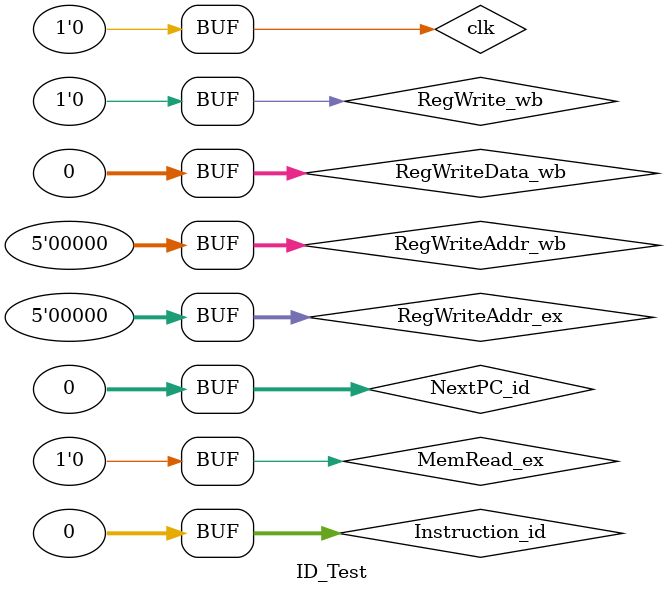
<source format=v>
`timescale 1ns / 1ps


module ID_Test;

	// Inputs
	reg clk;
	reg [31:0] Instruction_id;
	reg [31:0] NextPC_id;
	reg RegWrite_wb;
	reg [4:0] RegWriteAddr_wb;
	reg [31:0] RegWriteData_wb;
	reg MemRead_ex;
	reg [4:0] RegWriteAddr_ex;

	// Outputs
	wire MemtoReg_id;
	wire RegWrite_id;
	wire MemWrite_id;
	wire MemRead_id;
	wire [3:0] ALUCode_id;
	wire ALUSrcA_id;
	wire ALUSrcB_id;
	wire ALUSrcB_szextend_id;
	wire RegDst_id;
	wire Stall;
	wire PC_IFWrite;
	wire Z;
	wire J_Valid;
	wire JR_Valid;
	wire [31:0] BranchAddr;
	wire [31:0] JAddr;
	wire [31:0] JRAddr;
	wire [31:0] Imm_sextend_id;
	wire [31:0] Imm_zextend_id;
	wire [31:0] Sa_id;
	wire [4:0] RsAddr_id;
	wire [4:0] RtAddr_id;
	wire [4:0] RdAddr_id;
	wire [31:0] RsData_id;
	wire [31:0] RtData_id;

	// Instantiate the Unit Under Test (UUT)
	CPU_module_ID uut (
		.clk(clk), 
		.Instruction_id(Instruction_id), 
		.NextPC_id(NextPC_id), 
		.RegWrite_wb(RegWrite_wb), 
		.RegWriteAddr_wb(RegWriteAddr_wb), 
		.RegWriteData_wb(RegWriteData_wb), 
		.MemRead_ex(MemRead_ex), 
		.RegWriteAddr_ex(RegWriteAddr_ex), 
		.MemtoReg_id(MemtoReg_id), 
		.RegWrite_id(RegWrite_id), 
		.MemWrite_id(MemWrite_id), 
		.MemRead_id(MemRead_id), 
		.ALUCode_id(ALUCode_id), 
		.ALUSrcA_id(ALUSrcA_id), 
		.ALUSrcB_id(ALUSrcB_id), 
		.ALUSrcB_szextend_id(ALUSrcB_szextend_id), 
		.RegDst_id(RegDst_id), 
		.Stall(Stall), 
		.PC_IFWrite(PC_IFWrite), 
		.Z(Z), 
		.J_Valid(J_Valid), 
		.JR_Valid(JR_Valid), 
		.BranchAddr(BranchAddr), 
		.JAddr(JAddr), 
		.JRAddr(JRAddr), 
		.Imm_sextend_id(Imm_sextend_id), 
		.Imm_zextend_id(Imm_zextend_id), 
		.Sa_id(Sa_id), 
		.RsAddr_id(RsAddr_id), 
		.RtAddr_id(RtAddr_id), 
		.RdAddr_id(RdAddr_id), 
		.RsData_id(RsData_id), 
		.RtData_id(RtData_id)
	);

	initial begin
		// Initialize Inputs
		clk = 0;
		Instruction_id = 0;
		NextPC_id = 0;
		RegWrite_wb = 0;
		RegWriteAddr_wb = 0;
		RegWriteData_wb = 0;
		MemRead_ex = 0;
		RegWriteAddr_ex = 0;

		// Wait 100 ns for global reset to finish
		#100;
        
		// Add stimulus here

	end
      
endmodule


</source>
